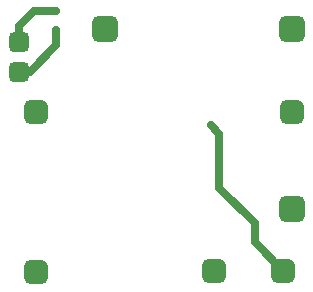
<source format=gbl>
G04 Layer_Physical_Order=2*
G04 Layer_Color=16711680*
%FSLAX44Y44*%
%MOMM*%
G71*
G01*
G75*
G04:AMPARAMS|DCode=16|XSize=2.2mm|YSize=2.2mm|CornerRadius=0.55mm|HoleSize=0mm|Usage=FLASHONLY|Rotation=0.000|XOffset=0mm|YOffset=0mm|HoleType=Round|Shape=RoundedRectangle|*
%AMROUNDEDRECTD16*
21,1,2.2000,1.1000,0,0,0.0*
21,1,1.1000,2.2000,0,0,0.0*
1,1,1.1000,0.5500,-0.5500*
1,1,1.1000,-0.5500,-0.5500*
1,1,1.1000,-0.5500,0.5500*
1,1,1.1000,0.5500,0.5500*
%
%ADD16ROUNDEDRECTD16*%
G04:AMPARAMS|DCode=17|XSize=1.7mm|YSize=1.7mm|CornerRadius=0.425mm|HoleSize=0mm|Usage=FLASHONLY|Rotation=270.000|XOffset=0mm|YOffset=0mm|HoleType=Round|Shape=RoundedRectangle|*
%AMROUNDEDRECTD17*
21,1,1.7000,0.8500,0,0,270.0*
21,1,0.8500,1.7000,0,0,270.0*
1,1,0.8500,-0.4250,-0.4250*
1,1,0.8500,-0.4250,0.4250*
1,1,0.8500,0.4250,0.4250*
1,1,0.8500,0.4250,-0.4250*
%
%ADD17ROUNDEDRECTD17*%
G04:AMPARAMS|DCode=18|XSize=2mm|YSize=2mm|CornerRadius=0.5mm|HoleSize=0mm|Usage=FLASHONLY|Rotation=0.000|XOffset=0mm|YOffset=0mm|HoleType=Round|Shape=RoundedRectangle|*
%AMROUNDEDRECTD18*
21,1,2.0000,1.0000,0,0,0.0*
21,1,1.0000,2.0000,0,0,0.0*
1,1,1.0000,0.5000,-0.5000*
1,1,1.0000,-0.5000,-0.5000*
1,1,1.0000,-0.5000,0.5000*
1,1,1.0000,0.5000,0.5000*
%
%ADD18ROUNDEDRECTD18*%
G04:AMPARAMS|DCode=19|XSize=2.2mm|YSize=2.2mm|CornerRadius=0.55mm|HoleSize=0mm|Usage=FLASHONLY|Rotation=270.000|XOffset=0mm|YOffset=0mm|HoleType=Round|Shape=RoundedRectangle|*
%AMROUNDEDRECTD19*
21,1,2.2000,1.1000,0,0,270.0*
21,1,1.1000,2.2000,0,0,270.0*
1,1,1.1000,-0.5500,-0.5500*
1,1,1.1000,-0.5500,0.5500*
1,1,1.1000,0.5500,0.5500*
1,1,1.1000,0.5500,-0.5500*
%
%ADD19ROUNDEDRECTD19*%
G04:AMPARAMS|DCode=20|XSize=2mm|YSize=2mm|CornerRadius=0.5mm|HoleSize=0mm|Usage=FLASHONLY|Rotation=270.000|XOffset=0mm|YOffset=0mm|HoleType=Round|Shape=RoundedRectangle|*
%AMROUNDEDRECTD20*
21,1,2.0000,1.0000,0,0,270.0*
21,1,1.0000,2.0000,0,0,270.0*
1,1,1.0000,-0.5000,-0.5000*
1,1,1.0000,-0.5000,0.5000*
1,1,1.0000,0.5000,0.5000*
1,1,1.0000,0.5000,-0.5000*
%
%ADD20ROUNDEDRECTD20*%
%ADD21C,0.4000*%
%ADD22C,0.7000*%
D16*
X109000Y256500D02*
D03*
X267000Y104000D02*
D03*
D17*
X36000Y246000D02*
D03*
Y220600D02*
D03*
D18*
X201500Y52000D02*
D03*
X51000Y186000D02*
D03*
X260000Y52000D02*
D03*
X267000Y185990D02*
D03*
D19*
Y256500D02*
D03*
D20*
X51000Y51000D02*
D03*
D21*
X68000Y256000D02*
D03*
Y272000D02*
D03*
X199000Y175000D02*
D03*
D22*
X236000Y76000D02*
X260000Y52000D01*
X236000Y76000D02*
Y92000D01*
X206000Y122000D02*
X236000Y92000D01*
X206000Y122000D02*
Y168000D01*
X36000Y246000D02*
Y259000D01*
X68000Y243000D02*
Y256000D01*
X45600Y220600D02*
X68000Y243000D01*
X36000Y220600D02*
X45600D01*
X49000Y272000D02*
X68000D01*
X36000Y259000D02*
X49000Y272000D01*
X199000Y175000D02*
X206000Y168000D01*
M02*

</source>
